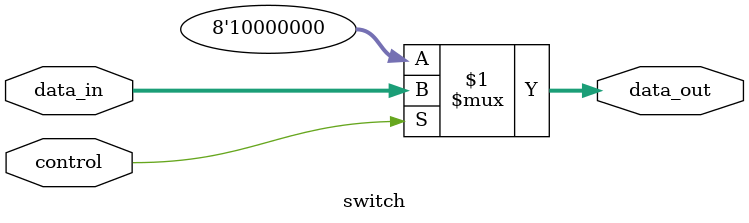
<source format=v>
module switch(
    data_in,
    data_out,
    control
);


input [7:0] data_in;
input control;


output [7:0]  data_out;


assign data_out = control ? data_in : 8'b1000_0000;


endmodule
</source>
